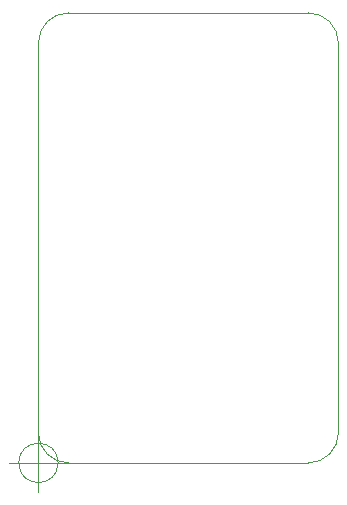
<source format=gbr>
%TF.GenerationSoftware,KiCad,Pcbnew,(6.0.1)*%
%TF.CreationDate,2022-02-11T00:14:37+08:00*%
%TF.ProjectId,OpenEMG_SMD_ver2.1,4f70656e-454d-4475-9f53-4d445f766572,rev?*%
%TF.SameCoordinates,Original*%
%TF.FileFunction,Profile,NP*%
%FSLAX46Y46*%
G04 Gerber Fmt 4.6, Leading zero omitted, Abs format (unit mm)*
G04 Created by KiCad (PCBNEW (6.0.1)) date 2022-02-11 00:14:37*
%MOMM*%
%LPD*%
G01*
G04 APERTURE LIST*
%TA.AperFunction,Profile*%
%ADD10C,0.100000*%
%TD*%
G04 APERTURE END LIST*
D10*
X115966666Y-88900000D02*
G75*
G03*
X115966666Y-88900000I-1666666J0D01*
G01*
X111800000Y-88900000D02*
X116800000Y-88900000D01*
X114300000Y-86400000D02*
X114300000Y-91400000D01*
X139700000Y-53340000D02*
G75*
G03*
X137160000Y-50800000I-2540001J-1D01*
G01*
X114300000Y-53340000D02*
X114300000Y-86360000D01*
X116840000Y-88900000D02*
X137160000Y-88900000D01*
X116840000Y-50800000D02*
X137160000Y-50800000D01*
X139700000Y-86360000D02*
X139700000Y-53340000D01*
X137160000Y-88900000D02*
G75*
G03*
X139700000Y-86360000I-1J2540001D01*
G01*
X114300000Y-86360000D02*
G75*
G03*
X116840000Y-88900000I2540001J1D01*
G01*
X116840000Y-50800000D02*
G75*
G03*
X114300000Y-53340000I1J-2540001D01*
G01*
M02*

</source>
